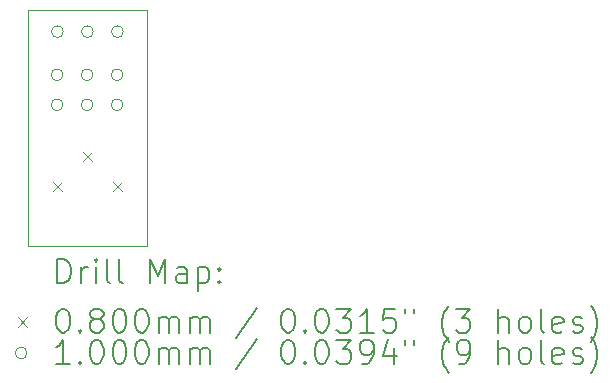
<source format=gbr>
%TF.GenerationSoftware,KiCad,Pcbnew,(6.0.11)*%
%TF.CreationDate,2024-01-24T22:39:11+00:00*%
%TF.ProjectId,BBC_Volume_Extender_Internal,4242435f-566f-46c7-956d-655f45787465,rev?*%
%TF.SameCoordinates,Original*%
%TF.FileFunction,Drillmap*%
%TF.FilePolarity,Positive*%
%FSLAX45Y45*%
G04 Gerber Fmt 4.5, Leading zero omitted, Abs format (unit mm)*
G04 Created by KiCad (PCBNEW (6.0.11)) date 2024-01-24 22:39:11*
%MOMM*%
%LPD*%
G01*
G04 APERTURE LIST*
%ADD10C,0.100000*%
%ADD11C,0.200000*%
%ADD12C,0.080000*%
G04 APERTURE END LIST*
D10*
X15110000Y-10583000D02*
X16120000Y-10583000D01*
X16120000Y-10583000D02*
X16120000Y-8586000D01*
X16120000Y-8586000D02*
X15110000Y-8586000D01*
X15110000Y-8586000D02*
X15110000Y-10583000D01*
D11*
D12*
X15321000Y-10043500D02*
X15401000Y-10123500D01*
X15401000Y-10043500D02*
X15321000Y-10123500D01*
X15575000Y-9789500D02*
X15655000Y-9869500D01*
X15655000Y-9789500D02*
X15575000Y-9869500D01*
X15829000Y-10043500D02*
X15909000Y-10123500D01*
X15909000Y-10043500D02*
X15829000Y-10123500D01*
D10*
X15409500Y-9136500D02*
G75*
G03*
X15409500Y-9136500I-50000J0D01*
G01*
X15409500Y-9390500D02*
G75*
G03*
X15409500Y-9390500I-50000J0D01*
G01*
X15412500Y-8771000D02*
G75*
G03*
X15412500Y-8771000I-50000J0D01*
G01*
X15663500Y-9136500D02*
G75*
G03*
X15663500Y-9136500I-50000J0D01*
G01*
X15663500Y-9390500D02*
G75*
G03*
X15663500Y-9390500I-50000J0D01*
G01*
X15666500Y-8771000D02*
G75*
G03*
X15666500Y-8771000I-50000J0D01*
G01*
X15917500Y-9136500D02*
G75*
G03*
X15917500Y-9136500I-50000J0D01*
G01*
X15917500Y-9390500D02*
G75*
G03*
X15917500Y-9390500I-50000J0D01*
G01*
X15920500Y-8771000D02*
G75*
G03*
X15920500Y-8771000I-50000J0D01*
G01*
D11*
X15362619Y-10898476D02*
X15362619Y-10698476D01*
X15410238Y-10698476D01*
X15438809Y-10708000D01*
X15457857Y-10727048D01*
X15467381Y-10746095D01*
X15476905Y-10784190D01*
X15476905Y-10812762D01*
X15467381Y-10850857D01*
X15457857Y-10869905D01*
X15438809Y-10888952D01*
X15410238Y-10898476D01*
X15362619Y-10898476D01*
X15562619Y-10898476D02*
X15562619Y-10765143D01*
X15562619Y-10803238D02*
X15572143Y-10784190D01*
X15581667Y-10774667D01*
X15600714Y-10765143D01*
X15619762Y-10765143D01*
X15686428Y-10898476D02*
X15686428Y-10765143D01*
X15686428Y-10698476D02*
X15676905Y-10708000D01*
X15686428Y-10717524D01*
X15695952Y-10708000D01*
X15686428Y-10698476D01*
X15686428Y-10717524D01*
X15810238Y-10898476D02*
X15791190Y-10888952D01*
X15781667Y-10869905D01*
X15781667Y-10698476D01*
X15915000Y-10898476D02*
X15895952Y-10888952D01*
X15886428Y-10869905D01*
X15886428Y-10698476D01*
X16143571Y-10898476D02*
X16143571Y-10698476D01*
X16210238Y-10841333D01*
X16276905Y-10698476D01*
X16276905Y-10898476D01*
X16457857Y-10898476D02*
X16457857Y-10793714D01*
X16448333Y-10774667D01*
X16429286Y-10765143D01*
X16391190Y-10765143D01*
X16372143Y-10774667D01*
X16457857Y-10888952D02*
X16438809Y-10898476D01*
X16391190Y-10898476D01*
X16372143Y-10888952D01*
X16362619Y-10869905D01*
X16362619Y-10850857D01*
X16372143Y-10831810D01*
X16391190Y-10822286D01*
X16438809Y-10822286D01*
X16457857Y-10812762D01*
X16553095Y-10765143D02*
X16553095Y-10965143D01*
X16553095Y-10774667D02*
X16572143Y-10765143D01*
X16610238Y-10765143D01*
X16629286Y-10774667D01*
X16638809Y-10784190D01*
X16648333Y-10803238D01*
X16648333Y-10860381D01*
X16638809Y-10879429D01*
X16629286Y-10888952D01*
X16610238Y-10898476D01*
X16572143Y-10898476D01*
X16553095Y-10888952D01*
X16734048Y-10879429D02*
X16743571Y-10888952D01*
X16734048Y-10898476D01*
X16724524Y-10888952D01*
X16734048Y-10879429D01*
X16734048Y-10898476D01*
X16734048Y-10774667D02*
X16743571Y-10784190D01*
X16734048Y-10793714D01*
X16724524Y-10784190D01*
X16734048Y-10774667D01*
X16734048Y-10793714D01*
D12*
X15025000Y-11188000D02*
X15105000Y-11268000D01*
X15105000Y-11188000D02*
X15025000Y-11268000D01*
D11*
X15400714Y-11118476D02*
X15419762Y-11118476D01*
X15438809Y-11128000D01*
X15448333Y-11137524D01*
X15457857Y-11156571D01*
X15467381Y-11194667D01*
X15467381Y-11242286D01*
X15457857Y-11280381D01*
X15448333Y-11299428D01*
X15438809Y-11308952D01*
X15419762Y-11318476D01*
X15400714Y-11318476D01*
X15381667Y-11308952D01*
X15372143Y-11299428D01*
X15362619Y-11280381D01*
X15353095Y-11242286D01*
X15353095Y-11194667D01*
X15362619Y-11156571D01*
X15372143Y-11137524D01*
X15381667Y-11128000D01*
X15400714Y-11118476D01*
X15553095Y-11299428D02*
X15562619Y-11308952D01*
X15553095Y-11318476D01*
X15543571Y-11308952D01*
X15553095Y-11299428D01*
X15553095Y-11318476D01*
X15676905Y-11204190D02*
X15657857Y-11194667D01*
X15648333Y-11185143D01*
X15638809Y-11166095D01*
X15638809Y-11156571D01*
X15648333Y-11137524D01*
X15657857Y-11128000D01*
X15676905Y-11118476D01*
X15715000Y-11118476D01*
X15734048Y-11128000D01*
X15743571Y-11137524D01*
X15753095Y-11156571D01*
X15753095Y-11166095D01*
X15743571Y-11185143D01*
X15734048Y-11194667D01*
X15715000Y-11204190D01*
X15676905Y-11204190D01*
X15657857Y-11213714D01*
X15648333Y-11223238D01*
X15638809Y-11242286D01*
X15638809Y-11280381D01*
X15648333Y-11299428D01*
X15657857Y-11308952D01*
X15676905Y-11318476D01*
X15715000Y-11318476D01*
X15734048Y-11308952D01*
X15743571Y-11299428D01*
X15753095Y-11280381D01*
X15753095Y-11242286D01*
X15743571Y-11223238D01*
X15734048Y-11213714D01*
X15715000Y-11204190D01*
X15876905Y-11118476D02*
X15895952Y-11118476D01*
X15915000Y-11128000D01*
X15924524Y-11137524D01*
X15934048Y-11156571D01*
X15943571Y-11194667D01*
X15943571Y-11242286D01*
X15934048Y-11280381D01*
X15924524Y-11299428D01*
X15915000Y-11308952D01*
X15895952Y-11318476D01*
X15876905Y-11318476D01*
X15857857Y-11308952D01*
X15848333Y-11299428D01*
X15838809Y-11280381D01*
X15829286Y-11242286D01*
X15829286Y-11194667D01*
X15838809Y-11156571D01*
X15848333Y-11137524D01*
X15857857Y-11128000D01*
X15876905Y-11118476D01*
X16067381Y-11118476D02*
X16086428Y-11118476D01*
X16105476Y-11128000D01*
X16115000Y-11137524D01*
X16124524Y-11156571D01*
X16134048Y-11194667D01*
X16134048Y-11242286D01*
X16124524Y-11280381D01*
X16115000Y-11299428D01*
X16105476Y-11308952D01*
X16086428Y-11318476D01*
X16067381Y-11318476D01*
X16048333Y-11308952D01*
X16038809Y-11299428D01*
X16029286Y-11280381D01*
X16019762Y-11242286D01*
X16019762Y-11194667D01*
X16029286Y-11156571D01*
X16038809Y-11137524D01*
X16048333Y-11128000D01*
X16067381Y-11118476D01*
X16219762Y-11318476D02*
X16219762Y-11185143D01*
X16219762Y-11204190D02*
X16229286Y-11194667D01*
X16248333Y-11185143D01*
X16276905Y-11185143D01*
X16295952Y-11194667D01*
X16305476Y-11213714D01*
X16305476Y-11318476D01*
X16305476Y-11213714D02*
X16315000Y-11194667D01*
X16334048Y-11185143D01*
X16362619Y-11185143D01*
X16381667Y-11194667D01*
X16391190Y-11213714D01*
X16391190Y-11318476D01*
X16486428Y-11318476D02*
X16486428Y-11185143D01*
X16486428Y-11204190D02*
X16495952Y-11194667D01*
X16515000Y-11185143D01*
X16543571Y-11185143D01*
X16562619Y-11194667D01*
X16572143Y-11213714D01*
X16572143Y-11318476D01*
X16572143Y-11213714D02*
X16581667Y-11194667D01*
X16600714Y-11185143D01*
X16629286Y-11185143D01*
X16648333Y-11194667D01*
X16657857Y-11213714D01*
X16657857Y-11318476D01*
X17048333Y-11108952D02*
X16876905Y-11366095D01*
X17305476Y-11118476D02*
X17324524Y-11118476D01*
X17343571Y-11128000D01*
X17353095Y-11137524D01*
X17362619Y-11156571D01*
X17372143Y-11194667D01*
X17372143Y-11242286D01*
X17362619Y-11280381D01*
X17353095Y-11299428D01*
X17343571Y-11308952D01*
X17324524Y-11318476D01*
X17305476Y-11318476D01*
X17286429Y-11308952D01*
X17276905Y-11299428D01*
X17267381Y-11280381D01*
X17257857Y-11242286D01*
X17257857Y-11194667D01*
X17267381Y-11156571D01*
X17276905Y-11137524D01*
X17286429Y-11128000D01*
X17305476Y-11118476D01*
X17457857Y-11299428D02*
X17467381Y-11308952D01*
X17457857Y-11318476D01*
X17448333Y-11308952D01*
X17457857Y-11299428D01*
X17457857Y-11318476D01*
X17591190Y-11118476D02*
X17610238Y-11118476D01*
X17629286Y-11128000D01*
X17638810Y-11137524D01*
X17648333Y-11156571D01*
X17657857Y-11194667D01*
X17657857Y-11242286D01*
X17648333Y-11280381D01*
X17638810Y-11299428D01*
X17629286Y-11308952D01*
X17610238Y-11318476D01*
X17591190Y-11318476D01*
X17572143Y-11308952D01*
X17562619Y-11299428D01*
X17553095Y-11280381D01*
X17543571Y-11242286D01*
X17543571Y-11194667D01*
X17553095Y-11156571D01*
X17562619Y-11137524D01*
X17572143Y-11128000D01*
X17591190Y-11118476D01*
X17724524Y-11118476D02*
X17848333Y-11118476D01*
X17781667Y-11194667D01*
X17810238Y-11194667D01*
X17829286Y-11204190D01*
X17838810Y-11213714D01*
X17848333Y-11232762D01*
X17848333Y-11280381D01*
X17838810Y-11299428D01*
X17829286Y-11308952D01*
X17810238Y-11318476D01*
X17753095Y-11318476D01*
X17734048Y-11308952D01*
X17724524Y-11299428D01*
X18038810Y-11318476D02*
X17924524Y-11318476D01*
X17981667Y-11318476D02*
X17981667Y-11118476D01*
X17962619Y-11147048D01*
X17943571Y-11166095D01*
X17924524Y-11175619D01*
X18219762Y-11118476D02*
X18124524Y-11118476D01*
X18115000Y-11213714D01*
X18124524Y-11204190D01*
X18143571Y-11194667D01*
X18191190Y-11194667D01*
X18210238Y-11204190D01*
X18219762Y-11213714D01*
X18229286Y-11232762D01*
X18229286Y-11280381D01*
X18219762Y-11299428D01*
X18210238Y-11308952D01*
X18191190Y-11318476D01*
X18143571Y-11318476D01*
X18124524Y-11308952D01*
X18115000Y-11299428D01*
X18305476Y-11118476D02*
X18305476Y-11156571D01*
X18381667Y-11118476D02*
X18381667Y-11156571D01*
X18676905Y-11394667D02*
X18667381Y-11385143D01*
X18648333Y-11356571D01*
X18638810Y-11337524D01*
X18629286Y-11308952D01*
X18619762Y-11261333D01*
X18619762Y-11223238D01*
X18629286Y-11175619D01*
X18638810Y-11147048D01*
X18648333Y-11128000D01*
X18667381Y-11099429D01*
X18676905Y-11089905D01*
X18734048Y-11118476D02*
X18857857Y-11118476D01*
X18791190Y-11194667D01*
X18819762Y-11194667D01*
X18838810Y-11204190D01*
X18848333Y-11213714D01*
X18857857Y-11232762D01*
X18857857Y-11280381D01*
X18848333Y-11299428D01*
X18838810Y-11308952D01*
X18819762Y-11318476D01*
X18762619Y-11318476D01*
X18743571Y-11308952D01*
X18734048Y-11299428D01*
X19095952Y-11318476D02*
X19095952Y-11118476D01*
X19181667Y-11318476D02*
X19181667Y-11213714D01*
X19172143Y-11194667D01*
X19153095Y-11185143D01*
X19124524Y-11185143D01*
X19105476Y-11194667D01*
X19095952Y-11204190D01*
X19305476Y-11318476D02*
X19286429Y-11308952D01*
X19276905Y-11299428D01*
X19267381Y-11280381D01*
X19267381Y-11223238D01*
X19276905Y-11204190D01*
X19286429Y-11194667D01*
X19305476Y-11185143D01*
X19334048Y-11185143D01*
X19353095Y-11194667D01*
X19362619Y-11204190D01*
X19372143Y-11223238D01*
X19372143Y-11280381D01*
X19362619Y-11299428D01*
X19353095Y-11308952D01*
X19334048Y-11318476D01*
X19305476Y-11318476D01*
X19486429Y-11318476D02*
X19467381Y-11308952D01*
X19457857Y-11289905D01*
X19457857Y-11118476D01*
X19638810Y-11308952D02*
X19619762Y-11318476D01*
X19581667Y-11318476D01*
X19562619Y-11308952D01*
X19553095Y-11289905D01*
X19553095Y-11213714D01*
X19562619Y-11194667D01*
X19581667Y-11185143D01*
X19619762Y-11185143D01*
X19638810Y-11194667D01*
X19648333Y-11213714D01*
X19648333Y-11232762D01*
X19553095Y-11251809D01*
X19724524Y-11308952D02*
X19743571Y-11318476D01*
X19781667Y-11318476D01*
X19800714Y-11308952D01*
X19810238Y-11289905D01*
X19810238Y-11280381D01*
X19800714Y-11261333D01*
X19781667Y-11251809D01*
X19753095Y-11251809D01*
X19734048Y-11242286D01*
X19724524Y-11223238D01*
X19724524Y-11213714D01*
X19734048Y-11194667D01*
X19753095Y-11185143D01*
X19781667Y-11185143D01*
X19800714Y-11194667D01*
X19876905Y-11394667D02*
X19886429Y-11385143D01*
X19905476Y-11356571D01*
X19915000Y-11337524D01*
X19924524Y-11308952D01*
X19934048Y-11261333D01*
X19934048Y-11223238D01*
X19924524Y-11175619D01*
X19915000Y-11147048D01*
X19905476Y-11128000D01*
X19886429Y-11099429D01*
X19876905Y-11089905D01*
D10*
X15105000Y-11492000D02*
G75*
G03*
X15105000Y-11492000I-50000J0D01*
G01*
D11*
X15467381Y-11582476D02*
X15353095Y-11582476D01*
X15410238Y-11582476D02*
X15410238Y-11382476D01*
X15391190Y-11411048D01*
X15372143Y-11430095D01*
X15353095Y-11439619D01*
X15553095Y-11563428D02*
X15562619Y-11572952D01*
X15553095Y-11582476D01*
X15543571Y-11572952D01*
X15553095Y-11563428D01*
X15553095Y-11582476D01*
X15686428Y-11382476D02*
X15705476Y-11382476D01*
X15724524Y-11392000D01*
X15734048Y-11401524D01*
X15743571Y-11420571D01*
X15753095Y-11458667D01*
X15753095Y-11506286D01*
X15743571Y-11544381D01*
X15734048Y-11563428D01*
X15724524Y-11572952D01*
X15705476Y-11582476D01*
X15686428Y-11582476D01*
X15667381Y-11572952D01*
X15657857Y-11563428D01*
X15648333Y-11544381D01*
X15638809Y-11506286D01*
X15638809Y-11458667D01*
X15648333Y-11420571D01*
X15657857Y-11401524D01*
X15667381Y-11392000D01*
X15686428Y-11382476D01*
X15876905Y-11382476D02*
X15895952Y-11382476D01*
X15915000Y-11392000D01*
X15924524Y-11401524D01*
X15934048Y-11420571D01*
X15943571Y-11458667D01*
X15943571Y-11506286D01*
X15934048Y-11544381D01*
X15924524Y-11563428D01*
X15915000Y-11572952D01*
X15895952Y-11582476D01*
X15876905Y-11582476D01*
X15857857Y-11572952D01*
X15848333Y-11563428D01*
X15838809Y-11544381D01*
X15829286Y-11506286D01*
X15829286Y-11458667D01*
X15838809Y-11420571D01*
X15848333Y-11401524D01*
X15857857Y-11392000D01*
X15876905Y-11382476D01*
X16067381Y-11382476D02*
X16086428Y-11382476D01*
X16105476Y-11392000D01*
X16115000Y-11401524D01*
X16124524Y-11420571D01*
X16134048Y-11458667D01*
X16134048Y-11506286D01*
X16124524Y-11544381D01*
X16115000Y-11563428D01*
X16105476Y-11572952D01*
X16086428Y-11582476D01*
X16067381Y-11582476D01*
X16048333Y-11572952D01*
X16038809Y-11563428D01*
X16029286Y-11544381D01*
X16019762Y-11506286D01*
X16019762Y-11458667D01*
X16029286Y-11420571D01*
X16038809Y-11401524D01*
X16048333Y-11392000D01*
X16067381Y-11382476D01*
X16219762Y-11582476D02*
X16219762Y-11449143D01*
X16219762Y-11468190D02*
X16229286Y-11458667D01*
X16248333Y-11449143D01*
X16276905Y-11449143D01*
X16295952Y-11458667D01*
X16305476Y-11477714D01*
X16305476Y-11582476D01*
X16305476Y-11477714D02*
X16315000Y-11458667D01*
X16334048Y-11449143D01*
X16362619Y-11449143D01*
X16381667Y-11458667D01*
X16391190Y-11477714D01*
X16391190Y-11582476D01*
X16486428Y-11582476D02*
X16486428Y-11449143D01*
X16486428Y-11468190D02*
X16495952Y-11458667D01*
X16515000Y-11449143D01*
X16543571Y-11449143D01*
X16562619Y-11458667D01*
X16572143Y-11477714D01*
X16572143Y-11582476D01*
X16572143Y-11477714D02*
X16581667Y-11458667D01*
X16600714Y-11449143D01*
X16629286Y-11449143D01*
X16648333Y-11458667D01*
X16657857Y-11477714D01*
X16657857Y-11582476D01*
X17048333Y-11372952D02*
X16876905Y-11630095D01*
X17305476Y-11382476D02*
X17324524Y-11382476D01*
X17343571Y-11392000D01*
X17353095Y-11401524D01*
X17362619Y-11420571D01*
X17372143Y-11458667D01*
X17372143Y-11506286D01*
X17362619Y-11544381D01*
X17353095Y-11563428D01*
X17343571Y-11572952D01*
X17324524Y-11582476D01*
X17305476Y-11582476D01*
X17286429Y-11572952D01*
X17276905Y-11563428D01*
X17267381Y-11544381D01*
X17257857Y-11506286D01*
X17257857Y-11458667D01*
X17267381Y-11420571D01*
X17276905Y-11401524D01*
X17286429Y-11392000D01*
X17305476Y-11382476D01*
X17457857Y-11563428D02*
X17467381Y-11572952D01*
X17457857Y-11582476D01*
X17448333Y-11572952D01*
X17457857Y-11563428D01*
X17457857Y-11582476D01*
X17591190Y-11382476D02*
X17610238Y-11382476D01*
X17629286Y-11392000D01*
X17638810Y-11401524D01*
X17648333Y-11420571D01*
X17657857Y-11458667D01*
X17657857Y-11506286D01*
X17648333Y-11544381D01*
X17638810Y-11563428D01*
X17629286Y-11572952D01*
X17610238Y-11582476D01*
X17591190Y-11582476D01*
X17572143Y-11572952D01*
X17562619Y-11563428D01*
X17553095Y-11544381D01*
X17543571Y-11506286D01*
X17543571Y-11458667D01*
X17553095Y-11420571D01*
X17562619Y-11401524D01*
X17572143Y-11392000D01*
X17591190Y-11382476D01*
X17724524Y-11382476D02*
X17848333Y-11382476D01*
X17781667Y-11458667D01*
X17810238Y-11458667D01*
X17829286Y-11468190D01*
X17838810Y-11477714D01*
X17848333Y-11496762D01*
X17848333Y-11544381D01*
X17838810Y-11563428D01*
X17829286Y-11572952D01*
X17810238Y-11582476D01*
X17753095Y-11582476D01*
X17734048Y-11572952D01*
X17724524Y-11563428D01*
X17943571Y-11582476D02*
X17981667Y-11582476D01*
X18000714Y-11572952D01*
X18010238Y-11563428D01*
X18029286Y-11534857D01*
X18038810Y-11496762D01*
X18038810Y-11420571D01*
X18029286Y-11401524D01*
X18019762Y-11392000D01*
X18000714Y-11382476D01*
X17962619Y-11382476D01*
X17943571Y-11392000D01*
X17934048Y-11401524D01*
X17924524Y-11420571D01*
X17924524Y-11468190D01*
X17934048Y-11487238D01*
X17943571Y-11496762D01*
X17962619Y-11506286D01*
X18000714Y-11506286D01*
X18019762Y-11496762D01*
X18029286Y-11487238D01*
X18038810Y-11468190D01*
X18210238Y-11449143D02*
X18210238Y-11582476D01*
X18162619Y-11372952D02*
X18115000Y-11515809D01*
X18238810Y-11515809D01*
X18305476Y-11382476D02*
X18305476Y-11420571D01*
X18381667Y-11382476D02*
X18381667Y-11420571D01*
X18676905Y-11658667D02*
X18667381Y-11649143D01*
X18648333Y-11620571D01*
X18638810Y-11601524D01*
X18629286Y-11572952D01*
X18619762Y-11525333D01*
X18619762Y-11487238D01*
X18629286Y-11439619D01*
X18638810Y-11411048D01*
X18648333Y-11392000D01*
X18667381Y-11363428D01*
X18676905Y-11353905D01*
X18762619Y-11582476D02*
X18800714Y-11582476D01*
X18819762Y-11572952D01*
X18829286Y-11563428D01*
X18848333Y-11534857D01*
X18857857Y-11496762D01*
X18857857Y-11420571D01*
X18848333Y-11401524D01*
X18838810Y-11392000D01*
X18819762Y-11382476D01*
X18781667Y-11382476D01*
X18762619Y-11392000D01*
X18753095Y-11401524D01*
X18743571Y-11420571D01*
X18743571Y-11468190D01*
X18753095Y-11487238D01*
X18762619Y-11496762D01*
X18781667Y-11506286D01*
X18819762Y-11506286D01*
X18838810Y-11496762D01*
X18848333Y-11487238D01*
X18857857Y-11468190D01*
X19095952Y-11582476D02*
X19095952Y-11382476D01*
X19181667Y-11582476D02*
X19181667Y-11477714D01*
X19172143Y-11458667D01*
X19153095Y-11449143D01*
X19124524Y-11449143D01*
X19105476Y-11458667D01*
X19095952Y-11468190D01*
X19305476Y-11582476D02*
X19286429Y-11572952D01*
X19276905Y-11563428D01*
X19267381Y-11544381D01*
X19267381Y-11487238D01*
X19276905Y-11468190D01*
X19286429Y-11458667D01*
X19305476Y-11449143D01*
X19334048Y-11449143D01*
X19353095Y-11458667D01*
X19362619Y-11468190D01*
X19372143Y-11487238D01*
X19372143Y-11544381D01*
X19362619Y-11563428D01*
X19353095Y-11572952D01*
X19334048Y-11582476D01*
X19305476Y-11582476D01*
X19486429Y-11582476D02*
X19467381Y-11572952D01*
X19457857Y-11553905D01*
X19457857Y-11382476D01*
X19638810Y-11572952D02*
X19619762Y-11582476D01*
X19581667Y-11582476D01*
X19562619Y-11572952D01*
X19553095Y-11553905D01*
X19553095Y-11477714D01*
X19562619Y-11458667D01*
X19581667Y-11449143D01*
X19619762Y-11449143D01*
X19638810Y-11458667D01*
X19648333Y-11477714D01*
X19648333Y-11496762D01*
X19553095Y-11515809D01*
X19724524Y-11572952D02*
X19743571Y-11582476D01*
X19781667Y-11582476D01*
X19800714Y-11572952D01*
X19810238Y-11553905D01*
X19810238Y-11544381D01*
X19800714Y-11525333D01*
X19781667Y-11515809D01*
X19753095Y-11515809D01*
X19734048Y-11506286D01*
X19724524Y-11487238D01*
X19724524Y-11477714D01*
X19734048Y-11458667D01*
X19753095Y-11449143D01*
X19781667Y-11449143D01*
X19800714Y-11458667D01*
X19876905Y-11658667D02*
X19886429Y-11649143D01*
X19905476Y-11620571D01*
X19915000Y-11601524D01*
X19924524Y-11572952D01*
X19934048Y-11525333D01*
X19934048Y-11487238D01*
X19924524Y-11439619D01*
X19915000Y-11411048D01*
X19905476Y-11392000D01*
X19886429Y-11363428D01*
X19876905Y-11353905D01*
M02*

</source>
